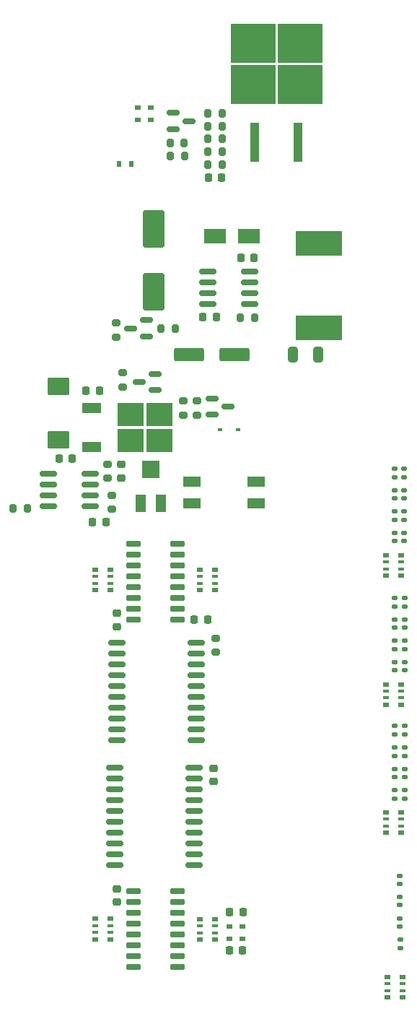
<source format=gbr>
%TF.GenerationSoftware,KiCad,Pcbnew,(6.0.1-0)*%
%TF.CreationDate,2022-06-06T20:51:42+12:00*%
%TF.ProjectId,controller,636f6e74-726f-46c6-9c65-722e6b696361,2.0*%
%TF.SameCoordinates,PX324e6b0PYa469d80*%
%TF.FileFunction,Paste,Top*%
%TF.FilePolarity,Positive*%
%FSLAX46Y46*%
G04 Gerber Fmt 4.6, Leading zero omitted, Abs format (unit mm)*
G04 Created by KiCad (PCBNEW (6.0.1-0)) date 2022-06-06 20:51:42*
%MOMM*%
%LPD*%
G01*
G04 APERTURE LIST*
G04 Aperture macros list*
%AMRoundRect*
0 Rectangle with rounded corners*
0 $1 Rounding radius*
0 $2 $3 $4 $5 $6 $7 $8 $9 X,Y pos of 4 corners*
0 Add a 4 corners polygon primitive as box body*
4,1,4,$2,$3,$4,$5,$6,$7,$8,$9,$2,$3,0*
0 Add four circle primitives for the rounded corners*
1,1,$1+$1,$2,$3*
1,1,$1+$1,$4,$5*
1,1,$1+$1,$6,$7*
1,1,$1+$1,$8,$9*
0 Add four rect primitives between the rounded corners*
20,1,$1+$1,$2,$3,$4,$5,0*
20,1,$1+$1,$4,$5,$6,$7,0*
20,1,$1+$1,$6,$7,$8,$9,0*
20,1,$1+$1,$8,$9,$2,$3,0*%
G04 Aperture macros list end*
%ADD10R,5.400000X2.900000*%
%ADD11RoundRect,0.147500X-0.172500X0.147500X-0.172500X-0.147500X0.172500X-0.147500X0.172500X0.147500X0*%
%ADD12RoundRect,0.225000X0.225000X0.250000X-0.225000X0.250000X-0.225000X-0.250000X0.225000X-0.250000X0*%
%ADD13RoundRect,0.147500X0.172500X-0.147500X0.172500X0.147500X-0.172500X0.147500X-0.172500X-0.147500X0*%
%ADD14RoundRect,0.225000X-0.225000X-0.250000X0.225000X-0.250000X0.225000X0.250000X-0.225000X0.250000X0*%
%ADD15R,0.800000X0.500000*%
%ADD16R,0.800000X0.400000*%
%ADD17RoundRect,0.200000X-0.275000X0.200000X-0.275000X-0.200000X0.275000X-0.200000X0.275000X0.200000X0*%
%ADD18RoundRect,0.200000X0.200000X0.275000X-0.200000X0.275000X-0.200000X-0.275000X0.200000X-0.275000X0*%
%ADD19RoundRect,0.200000X-0.200000X-0.275000X0.200000X-0.275000X0.200000X0.275000X-0.200000X0.275000X0*%
%ADD20R,0.600000X0.700000*%
%ADD21R,1.300000X2.000000*%
%ADD22R,2.000000X2.000000*%
%ADD23RoundRect,0.200000X0.275000X-0.200000X0.275000X0.200000X-0.275000X0.200000X-0.275000X-0.200000X0*%
%ADD24RoundRect,0.150000X-0.875000X-0.150000X0.875000X-0.150000X0.875000X0.150000X-0.875000X0.150000X0*%
%ADD25RoundRect,0.150000X0.587500X0.150000X-0.587500X0.150000X-0.587500X-0.150000X0.587500X-0.150000X0*%
%ADD26R,3.050000X2.750000*%
%ADD27R,2.200000X1.200000*%
%ADD28R,0.700000X0.600000*%
%ADD29RoundRect,0.225000X0.250000X-0.225000X0.250000X0.225000X-0.250000X0.225000X-0.250000X-0.225000X0*%
%ADD30R,5.250000X4.550000*%
%ADD31R,1.100000X4.600000*%
%ADD32RoundRect,0.250000X-1.000000X1.950000X-1.000000X-1.950000X1.000000X-1.950000X1.000000X1.950000X0*%
%ADD33R,2.000000X1.200000*%
%ADD34RoundRect,0.225000X-0.250000X0.225000X-0.250000X-0.225000X0.250000X-0.225000X0.250000X0.225000X0*%
%ADD35RoundRect,0.250000X1.500000X0.550000X-1.500000X0.550000X-1.500000X-0.550000X1.500000X-0.550000X0*%
%ADD36RoundRect,0.150000X-0.587500X-0.150000X0.587500X-0.150000X0.587500X0.150000X-0.587500X0.150000X0*%
%ADD37RoundRect,0.250000X-0.325000X-0.650000X0.325000X-0.650000X0.325000X0.650000X-0.325000X0.650000X0*%
%ADD38RoundRect,0.150000X0.725000X0.150000X-0.725000X0.150000X-0.725000X-0.150000X0.725000X-0.150000X0*%
%ADD39RoundRect,0.150000X-0.825000X-0.150000X0.825000X-0.150000X0.825000X0.150000X-0.825000X0.150000X0*%
%ADD40R,0.600000X0.450000*%
%ADD41RoundRect,0.250000X1.025000X-0.787500X1.025000X0.787500X-1.025000X0.787500X-1.025000X-0.787500X0*%
%ADD42R,2.500000X1.800000*%
G04 APERTURE END LIST*
D10*
%TO.C,L1*%
X46100000Y100200000D03*
X46100000Y90300000D03*
%TD*%
D11*
%TO.C,D15*%
X55025000Y71285000D03*
X55025000Y70315000D03*
%TD*%
D12*
%TO.C,C8*%
X34075000Y91550000D03*
X32525000Y91550000D03*
%TD*%
D13*
%TO.C,D34*%
X56170000Y35140000D03*
X56170000Y36110000D03*
%TD*%
D14*
%TO.C,C1*%
X35675000Y21850000D03*
X37225000Y21850000D03*
%TD*%
D11*
%TO.C,D13*%
X55025000Y73785000D03*
X55025000Y72815000D03*
%TD*%
D15*
%TO.C,RN1*%
X19875000Y61950000D03*
D16*
X19875000Y61150000D03*
X19875000Y60350000D03*
D15*
X19875000Y59550000D03*
X21675000Y59550000D03*
D16*
X21675000Y60350000D03*
X21675000Y61150000D03*
D15*
X21675000Y61950000D03*
%TD*%
D17*
%TO.C,R13*%
X21350000Y74325000D03*
X21350000Y72675000D03*
%TD*%
D13*
%TO.C,D24*%
X56175000Y52665000D03*
X56175000Y53635000D03*
%TD*%
D18*
%TO.C,R12*%
X38575000Y91500000D03*
X36925000Y91500000D03*
%TD*%
D19*
%TO.C,R6*%
X28675000Y112000000D03*
X30325000Y112000000D03*
%TD*%
D20*
%TO.C,D3*%
X24100000Y109500000D03*
X22700000Y109500000D03*
%TD*%
D11*
%TO.C,D8*%
X55700000Y18585000D03*
X55700000Y17615000D03*
%TD*%
D21*
%TO.C,RV1*%
X25250000Y69750000D03*
D22*
X26400000Y73750000D03*
D21*
X27550000Y69750000D03*
%TD*%
D23*
%TO.C,R17*%
X30250000Y80075000D03*
X30250000Y81725000D03*
%TD*%
D24*
%TO.C,U5*%
X22178560Y38722560D03*
X22178560Y37452560D03*
X22178560Y36182560D03*
X22178560Y34912560D03*
X22178560Y33642560D03*
X22178560Y32372560D03*
X22178560Y31102560D03*
X22178560Y29832560D03*
X22178560Y28562560D03*
X22178560Y27292560D03*
X31478560Y27292560D03*
X31478560Y28562560D03*
X31478560Y29832560D03*
X31478560Y31102560D03*
X31478560Y32372560D03*
X31478560Y33642560D03*
X31478560Y34912560D03*
X31478560Y36182560D03*
X31478560Y37452560D03*
X31478560Y38722560D03*
%TD*%
D11*
%TO.C,D29*%
X55050000Y43615000D03*
X55050000Y42645000D03*
%TD*%
D13*
%TO.C,D14*%
X56150000Y70315000D03*
X56150000Y71285000D03*
%TD*%
D25*
%TO.C,Q4*%
X26887500Y83000000D03*
X26887500Y84900000D03*
X25012500Y83950000D03*
%TD*%
D15*
%TO.C,RN6*%
X54000000Y63650000D03*
D16*
X54000000Y62850000D03*
X54000000Y62050000D03*
D15*
X54000000Y61250000D03*
X55800000Y61250000D03*
D16*
X55800000Y62050000D03*
X55800000Y62850000D03*
D15*
X55800000Y63650000D03*
%TD*%
D26*
%TO.C,U1*%
X27425000Y77097000D03*
X24075000Y80147000D03*
X27425000Y80147000D03*
X24075000Y77097000D03*
D27*
X19450000Y80902000D03*
X19450000Y76342000D03*
%TD*%
D11*
%TO.C,D27*%
X55050000Y51147500D03*
X55050000Y50177500D03*
%TD*%
D18*
%TO.C,R7*%
X34750000Y109450000D03*
X33100000Y109450000D03*
%TD*%
D28*
%TO.C,D5*%
X24850000Y116100000D03*
X24850000Y114700000D03*
%TD*%
D11*
%TO.C,D11*%
X55600000Y26085000D03*
X55600000Y25115000D03*
%TD*%
D19*
%TO.C,R5*%
X33100000Y115450000D03*
X34750000Y115450000D03*
%TD*%
D11*
%TO.C,D21*%
X55050000Y58635000D03*
X55050000Y57665000D03*
%TD*%
D29*
%TO.C,C12*%
X22900000Y72725000D03*
X22900000Y74275000D03*
%TD*%
D18*
%TO.C,R14*%
X11925000Y69150000D03*
X10275000Y69150000D03*
%TD*%
D30*
%TO.C,Q2*%
X43950000Y118800000D03*
X38400000Y123650000D03*
X43950000Y123650000D03*
X38400000Y118800000D03*
D31*
X38635000Y112075000D03*
X43715000Y112075000D03*
%TD*%
D19*
%TO.C,R8*%
X33100000Y110950000D03*
X34750000Y110950000D03*
%TD*%
D28*
%TO.C,D1*%
X37150000Y20100000D03*
X37150000Y18700000D03*
%TD*%
D14*
%TO.C,C9*%
X36975000Y98500000D03*
X38525000Y98500000D03*
%TD*%
D11*
%TO.C,D35*%
X55050000Y36105000D03*
X55050000Y35135000D03*
%TD*%
%TO.C,D17*%
X55025000Y68785000D03*
X55025000Y67815000D03*
%TD*%
D17*
%TO.C,R18*%
X31800000Y81725000D03*
X31800000Y80075000D03*
%TD*%
D11*
%TO.C,D33*%
X55050000Y38610000D03*
X55050000Y37640000D03*
%TD*%
D32*
%TO.C,C4*%
X26750000Y101900000D03*
X26750000Y94500000D03*
%TD*%
D33*
%TO.C,LF1*%
X38750000Y69730000D03*
X38750000Y72270000D03*
X31250000Y72270000D03*
X31250000Y69730000D03*
%TD*%
D11*
%TO.C,D23*%
X55050000Y56135000D03*
X55050000Y55165000D03*
%TD*%
%TO.C,D9*%
X55600000Y21060000D03*
X55600000Y20090000D03*
%TD*%
D13*
%TO.C,D12*%
X56150000Y72815000D03*
X56150000Y73785000D03*
%TD*%
D15*
%TO.C,RN3*%
X32150000Y21000000D03*
D16*
X32150000Y20200000D03*
X32150000Y19400000D03*
D15*
X32150000Y18600000D03*
X33950000Y18600000D03*
D16*
X33950000Y19400000D03*
X33950000Y20200000D03*
D15*
X33950000Y21000000D03*
%TD*%
%TO.C,RN2*%
X19900000Y21018000D03*
D16*
X19900000Y20218000D03*
X19900000Y19418000D03*
D15*
X19900000Y18618000D03*
X21700000Y18618000D03*
D16*
X21700000Y19418000D03*
X21700000Y20218000D03*
D15*
X21700000Y21018000D03*
%TD*%
D34*
%TO.C,C17*%
X33800000Y38700000D03*
X33800000Y37150000D03*
%TD*%
D14*
%TO.C,C2*%
X35600000Y17350000D03*
X37150000Y17350000D03*
%TD*%
D13*
%TO.C,D32*%
X56175000Y37640000D03*
X56175000Y38610000D03*
%TD*%
D12*
%TO.C,C5*%
X20375000Y82950000D03*
X18825000Y82950000D03*
%TD*%
D13*
%TO.C,D18*%
X56150000Y65315000D03*
X56150000Y66285000D03*
%TD*%
%TO.C,D16*%
X56150000Y67815000D03*
X56150000Y68785000D03*
%TD*%
D17*
%TO.C,R16*%
X23125000Y85025000D03*
X23125000Y83375000D03*
%TD*%
D13*
%TO.C,D30*%
X56175000Y40125000D03*
X56175000Y41095000D03*
%TD*%
D35*
%TO.C,C11*%
X36250000Y87200000D03*
X30850000Y87200000D03*
%TD*%
D34*
%TO.C,C15*%
X22419000Y56830000D03*
X22419000Y55280000D03*
%TD*%
D28*
%TO.C,D4*%
X26400000Y116100000D03*
X26400000Y114700000D03*
%TD*%
D13*
%TO.C,D28*%
X56175000Y42645000D03*
X56175000Y43615000D03*
%TD*%
D18*
%TO.C,R9*%
X34750000Y113950000D03*
X33100000Y113950000D03*
%TD*%
D36*
%TO.C,Q5*%
X33562500Y82050000D03*
X33562500Y80150000D03*
X35437500Y81100000D03*
%TD*%
D37*
%TO.C,C10*%
X43100000Y87175000D03*
X46050000Y87175000D03*
%TD*%
D25*
%TO.C,Q3*%
X25937500Y89300000D03*
X25937500Y91200000D03*
X24062500Y90250000D03*
%TD*%
D12*
%TO.C,C6*%
X17175000Y75000000D03*
X15625000Y75000000D03*
%TD*%
D18*
%TO.C,R11*%
X29275000Y90200000D03*
X27625000Y90200000D03*
%TD*%
D23*
%TO.C,R2*%
X34050000Y52275000D03*
X34050000Y53925000D03*
%TD*%
D15*
%TO.C,RN4*%
X33950000Y59550000D03*
D16*
X33950000Y60350000D03*
X33950000Y61150000D03*
D15*
X33950000Y61950000D03*
X32150000Y61950000D03*
D16*
X32150000Y61150000D03*
X32150000Y60350000D03*
D15*
X32150000Y59550000D03*
%TD*%
D14*
%TO.C,C16*%
X31525000Y56100000D03*
X33075000Y56100000D03*
%TD*%
D15*
%TO.C,RN7*%
X54000000Y48525000D03*
D16*
X54000000Y47725000D03*
X54000000Y46925000D03*
D15*
X54000000Y46125000D03*
X55800000Y46125000D03*
D16*
X55800000Y46925000D03*
X55800000Y47725000D03*
D15*
X55800000Y48525000D03*
%TD*%
D14*
%TO.C,C13*%
X19575000Y67550000D03*
X21125000Y67550000D03*
%TD*%
D38*
%TO.C,U6*%
X29529000Y56100000D03*
X29529000Y57370000D03*
X29529000Y58640000D03*
X29529000Y59910000D03*
X29529000Y61180000D03*
X29529000Y62450000D03*
X29529000Y63720000D03*
X29529000Y64990000D03*
X24379000Y64990000D03*
X24379000Y63720000D03*
X24379000Y62450000D03*
X24379000Y61180000D03*
X24379000Y59910000D03*
X24379000Y58640000D03*
X24379000Y57370000D03*
X24379000Y56100000D03*
%TD*%
D19*
%TO.C,R3*%
X28700000Y110450000D03*
X30350000Y110450000D03*
%TD*%
D11*
%TO.C,D19*%
X55025000Y66285000D03*
X55025000Y65315000D03*
%TD*%
D39*
%TO.C,U2*%
X33075000Y96905000D03*
X33075000Y95635000D03*
X33075000Y94365000D03*
X33075000Y93095000D03*
X38025000Y93095000D03*
X38025000Y94365000D03*
X38025000Y95635000D03*
X38025000Y96905000D03*
%TD*%
D13*
%TO.C,D26*%
X56175000Y50177500D03*
X56175000Y51147500D03*
%TD*%
D28*
%TO.C,D2*%
X35675000Y18700000D03*
X35675000Y20100000D03*
%TD*%
D15*
%TO.C,RN5*%
X55950000Y11800000D03*
D16*
X55950000Y12600000D03*
X55950000Y13400000D03*
D15*
X55950000Y14200000D03*
X54150000Y14200000D03*
D16*
X54150000Y13400000D03*
X54150000Y12600000D03*
D15*
X54150000Y11800000D03*
%TD*%
D11*
%TO.C,D31*%
X55050000Y41095000D03*
X55050000Y40125000D03*
%TD*%
D23*
%TO.C,R15*%
X21840000Y69025000D03*
X21840000Y70675000D03*
%TD*%
D40*
%TO.C,D7*%
X36650000Y78350000D03*
X34550000Y78350000D03*
%TD*%
D14*
%TO.C,C3*%
X33150000Y107950000D03*
X34700000Y107950000D03*
%TD*%
D39*
%TO.C,U3*%
X14355000Y73217000D03*
X14355000Y71947000D03*
X14355000Y70677000D03*
X14355000Y69407000D03*
X19305000Y69407000D03*
X19305000Y70677000D03*
X19305000Y71947000D03*
X19305000Y73217000D03*
%TD*%
D36*
%TO.C,Q1*%
X29012500Y115500000D03*
X29012500Y113600000D03*
X30887500Y114550000D03*
%TD*%
D13*
%TO.C,D20*%
X56175000Y57665000D03*
X56175000Y58635000D03*
%TD*%
D38*
%TO.C,U7*%
X29529000Y15373000D03*
X29529000Y16643000D03*
X29529000Y17913000D03*
X29529000Y19183000D03*
X29529000Y20453000D03*
X29529000Y21723000D03*
X29529000Y22993000D03*
X29529000Y24263000D03*
X24379000Y24263000D03*
X24379000Y22993000D03*
X24379000Y21723000D03*
X24379000Y20453000D03*
X24379000Y19183000D03*
X24379000Y17913000D03*
X24379000Y16643000D03*
X24379000Y15373000D03*
%TD*%
D13*
%TO.C,D22*%
X56175000Y55165000D03*
X56175000Y56135000D03*
%TD*%
D23*
%TO.C,R10*%
X22300000Y89225000D03*
X22300000Y90875000D03*
%TD*%
D15*
%TO.C,RN8*%
X54000000Y33500000D03*
D16*
X54000000Y32700000D03*
X54000000Y31900000D03*
D15*
X54000000Y31100000D03*
X55800000Y31100000D03*
D16*
X55800000Y31900000D03*
X55800000Y32700000D03*
D15*
X55800000Y33500000D03*
%TD*%
D29*
%TO.C,C14*%
X22425000Y23000000D03*
X22425000Y24550000D03*
%TD*%
D24*
%TO.C,U4*%
X22428560Y53393560D03*
X22428560Y52123560D03*
X22428560Y50853560D03*
X22428560Y49583560D03*
X22428560Y48313560D03*
X22428560Y47043560D03*
X22428560Y45773560D03*
X22428560Y44503560D03*
X22428560Y43233560D03*
X22428560Y41963560D03*
X31728560Y41963560D03*
X31728560Y43233560D03*
X31728560Y44503560D03*
X31728560Y45773560D03*
X31728560Y47043560D03*
X31728560Y48313560D03*
X31728560Y49583560D03*
X31728560Y50853560D03*
X31728560Y52123560D03*
X31728560Y53393560D03*
%TD*%
D19*
%TO.C,R4*%
X33100000Y112450000D03*
X34750000Y112450000D03*
%TD*%
D41*
%TO.C,C7*%
X15600000Y77187500D03*
X15600000Y83412500D03*
%TD*%
D42*
%TO.C,D6*%
X37900000Y101050000D03*
X33900000Y101050000D03*
%TD*%
D11*
%TO.C,D10*%
X55600000Y23595000D03*
X55600000Y22625000D03*
%TD*%
%TO.C,D25*%
X55050000Y53635000D03*
X55050000Y52665000D03*
%TD*%
M02*

</source>
